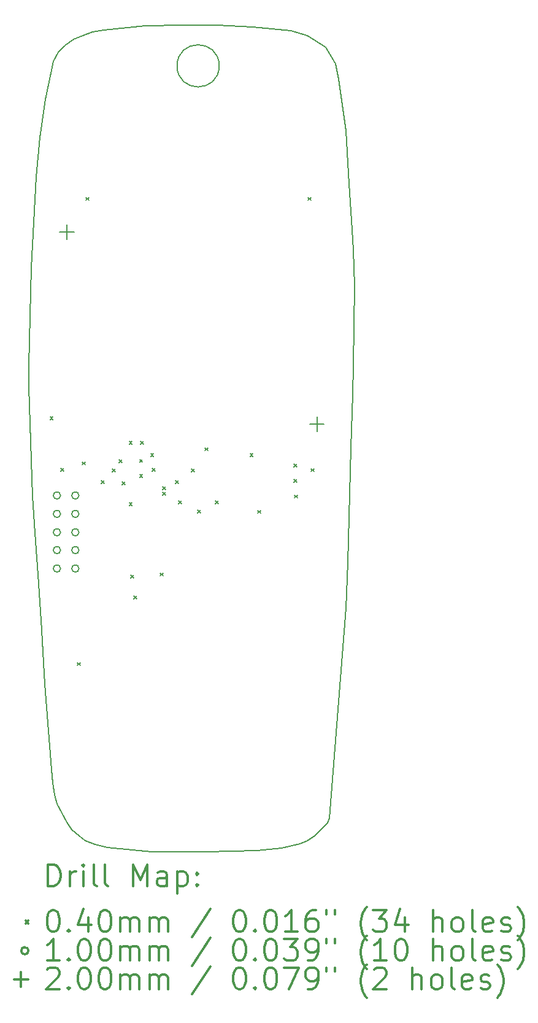
<source format=gbr>
%FSLAX45Y45*%
G04 Gerber Fmt 4.5, Leading zero omitted, Abs format (unit mm)*
G04 Created by KiCad (PCBNEW 4.0.7) date Wed Aug 22 22:50:24 2018*
%MOMM*%
%LPD*%
G01*
G04 APERTURE LIST*
%ADD10C,0.127000*%
%ADD11C,0.150000*%
%ADD12C,0.200000*%
%ADD13C,0.300000*%
G04 APERTURE END LIST*
D10*
D11*
X8060000Y-11820000D02*
X8040000Y-12450000D01*
X3835000Y-12756000D02*
X3880000Y-13500000D01*
X6285689Y-4965000D02*
G75*
G03X6285689Y-4965000I-290689J0D01*
G01*
X3695000Y-10405000D02*
X3710000Y-10905000D01*
X7810000Y-15340000D02*
X8040000Y-12450000D01*
X3990000Y-14860000D02*
X4015000Y-15020000D01*
X7785000Y-15410000D02*
X7810000Y-15340000D01*
X7605000Y-15590000D02*
X7785000Y-15410000D01*
X7505000Y-15655000D02*
X7605000Y-15590000D01*
X7400000Y-15700000D02*
X7505000Y-15655000D01*
X7150000Y-15755000D02*
X7400000Y-15700000D01*
X6810000Y-15790000D02*
X7150000Y-15755000D01*
X6105000Y-15810000D02*
X6810000Y-15790000D01*
X5350000Y-15805000D02*
X6105000Y-15810000D01*
X4745000Y-15750000D02*
X5350000Y-15805000D01*
X4575000Y-15710000D02*
X4745000Y-15750000D01*
X4440000Y-15655000D02*
X4575000Y-15710000D01*
X4350000Y-15590000D02*
X4440000Y-15655000D01*
X4255000Y-15500000D02*
X4350000Y-15590000D01*
X4185000Y-15405000D02*
X4255000Y-15500000D01*
X4050000Y-15150000D02*
X4185000Y-15405000D01*
X4015000Y-15020000D02*
X4050000Y-15150000D01*
X3970000Y-14670000D02*
X3990000Y-14860000D01*
X3880000Y-13500000D02*
X3970000Y-14670000D01*
X3790000Y-12105000D02*
X3835000Y-12755000D01*
X3740000Y-11405000D02*
X3790000Y-12105000D01*
X3710000Y-10905000D02*
X3740000Y-11405000D01*
X3660000Y-9395000D02*
X3695000Y-10405000D01*
X3660000Y-9095000D02*
X3660000Y-9395000D01*
X3695000Y-7750000D02*
X3660000Y-9095000D01*
X3760000Y-6495000D02*
X3695000Y-7750000D01*
X3810000Y-5955000D02*
X3760000Y-6495000D01*
X3885000Y-5430000D02*
X3810000Y-5955000D01*
X4000000Y-4900000D02*
X3885000Y-5430000D01*
X4065000Y-4775000D02*
X4000000Y-4900000D01*
X4155000Y-4685000D02*
X4065000Y-4775000D01*
X4280000Y-4600000D02*
X4155000Y-4685000D01*
X4400000Y-4545000D02*
X4280000Y-4600000D01*
X4540000Y-4500000D02*
X4400000Y-4545000D01*
X4690000Y-4470000D02*
X4540000Y-4500000D01*
X5265000Y-4415000D02*
X4690000Y-4470000D01*
X5765000Y-4400000D02*
X5265000Y-4415000D01*
X6260000Y-4400000D02*
X5765000Y-4400000D01*
X6750000Y-4430000D02*
X6260000Y-4400000D01*
X7270000Y-4480000D02*
X6750000Y-4430000D01*
X7500000Y-4550000D02*
X7270000Y-4480000D01*
X7755000Y-4710000D02*
X7500000Y-4550000D01*
X7890000Y-4940000D02*
X7755000Y-4710000D01*
X7935000Y-5150000D02*
X7890000Y-4940000D01*
X8035000Y-5860000D02*
X7935000Y-5150000D01*
X8080000Y-6600000D02*
X8035000Y-5860000D01*
X8110000Y-7100000D02*
X8080000Y-6600000D01*
X8135000Y-7500000D02*
X8110000Y-7100000D01*
X8155000Y-8000000D02*
X8135000Y-7500000D01*
X8140000Y-9100000D02*
X8155000Y-8000000D01*
X8130000Y-9500000D02*
X8140000Y-9100000D01*
X8105000Y-10240000D02*
X8130000Y-9500000D01*
X8060000Y-11820000D02*
X8105000Y-10240000D01*
D12*
X3951000Y-9806000D02*
X3991000Y-9846000D01*
X3991000Y-9806000D02*
X3951000Y-9846000D01*
X4102000Y-10516000D02*
X4142000Y-10556000D01*
X4142000Y-10516000D02*
X4102000Y-10556000D01*
X4328000Y-13198000D02*
X4368000Y-13238000D01*
X4368000Y-13198000D02*
X4328000Y-13238000D01*
X4393610Y-10430001D02*
X4433610Y-10470001D01*
X4433610Y-10430001D02*
X4393610Y-10470001D01*
X4450000Y-6780000D02*
X4490000Y-6820000D01*
X4490000Y-6780000D02*
X4450000Y-6820000D01*
X4658000Y-10690000D02*
X4698000Y-10730000D01*
X4698000Y-10690000D02*
X4658000Y-10730000D01*
X4814000Y-10525000D02*
X4854000Y-10565000D01*
X4854000Y-10525000D02*
X4814000Y-10565000D01*
X4905920Y-10398000D02*
X4945920Y-10438000D01*
X4945920Y-10398000D02*
X4905920Y-10438000D01*
X4949000Y-10705000D02*
X4989000Y-10745000D01*
X4989000Y-10705000D02*
X4949000Y-10745000D01*
X5043000Y-10145000D02*
X5083000Y-10185000D01*
X5083000Y-10145000D02*
X5043000Y-10185000D01*
X5043000Y-10995000D02*
X5083000Y-11035000D01*
X5083000Y-10995000D02*
X5043000Y-11035000D01*
X5067000Y-11989000D02*
X5107000Y-12029000D01*
X5107000Y-11989000D02*
X5067000Y-12029000D01*
X5110000Y-12280000D02*
X5150000Y-12320000D01*
X5150000Y-12280000D02*
X5110000Y-12320000D01*
X5188000Y-10395000D02*
X5228000Y-10435000D01*
X5228000Y-10395000D02*
X5188000Y-10435000D01*
X5188000Y-10605000D02*
X5228000Y-10645000D01*
X5228000Y-10605000D02*
X5188000Y-10645000D01*
X5203000Y-10145000D02*
X5243000Y-10185000D01*
X5243000Y-10145000D02*
X5203000Y-10185000D01*
X5341001Y-10315000D02*
X5381001Y-10355000D01*
X5381001Y-10315000D02*
X5341001Y-10355000D01*
X5361000Y-10515000D02*
X5401000Y-10555000D01*
X5401000Y-10515000D02*
X5361000Y-10555000D01*
X5473000Y-11962000D02*
X5513000Y-12002000D01*
X5513000Y-11962000D02*
X5473000Y-12002000D01*
X5508000Y-10770000D02*
X5548000Y-10810000D01*
X5548000Y-10770000D02*
X5508000Y-10810000D01*
X5508000Y-10850000D02*
X5548000Y-10890000D01*
X5548000Y-10850000D02*
X5508000Y-10890000D01*
X5682000Y-10685999D02*
X5722000Y-10725999D01*
X5722000Y-10685999D02*
X5682000Y-10725999D01*
X5722516Y-10967265D02*
X5762516Y-11007265D01*
X5762516Y-10967265D02*
X5722516Y-11007265D01*
X5900538Y-10525538D02*
X5940538Y-10565538D01*
X5940538Y-10525538D02*
X5900538Y-10565538D01*
X5986000Y-11092000D02*
X6026000Y-11132000D01*
X6026000Y-11092000D02*
X5986000Y-11132000D01*
X6090000Y-10235000D02*
X6130000Y-10275000D01*
X6130000Y-10235000D02*
X6090000Y-10275000D01*
X6231000Y-10968000D02*
X6271000Y-11008000D01*
X6271000Y-10968000D02*
X6231000Y-11008000D01*
X6713000Y-10315000D02*
X6753000Y-10355000D01*
X6753000Y-10315000D02*
X6713000Y-10355000D01*
X6819000Y-11098000D02*
X6859000Y-11138000D01*
X6859000Y-11098000D02*
X6819000Y-11138000D01*
X7320000Y-10461000D02*
X7360000Y-10501000D01*
X7360000Y-10461000D02*
X7320000Y-10501000D01*
X7320000Y-10671000D02*
X7360000Y-10711000D01*
X7360000Y-10671000D02*
X7320000Y-10711000D01*
X7325000Y-10886000D02*
X7365000Y-10926000D01*
X7365000Y-10886000D02*
X7325000Y-10926000D01*
X7510000Y-6780000D02*
X7550000Y-6820000D01*
X7550000Y-6780000D02*
X7510000Y-6820000D01*
X7556000Y-10522000D02*
X7596000Y-10562000D01*
X7596000Y-10522000D02*
X7556000Y-10562000D01*
X4096000Y-10892000D02*
G75*
G03X4096000Y-10892000I-50000J0D01*
G01*
X4096000Y-11146000D02*
G75*
G03X4096000Y-11146000I-50000J0D01*
G01*
X4096000Y-11400000D02*
G75*
G03X4096000Y-11400000I-50000J0D01*
G01*
X4096000Y-11646000D02*
G75*
G03X4096000Y-11646000I-50000J0D01*
G01*
X4096000Y-11900000D02*
G75*
G03X4096000Y-11900000I-50000J0D01*
G01*
X4350000Y-10892000D02*
G75*
G03X4350000Y-10892000I-50000J0D01*
G01*
X4350000Y-11146000D02*
G75*
G03X4350000Y-11146000I-50000J0D01*
G01*
X4350000Y-11400000D02*
G75*
G03X4350000Y-11400000I-50000J0D01*
G01*
X4350000Y-11646000D02*
G75*
G03X4350000Y-11646000I-50000J0D01*
G01*
X4350000Y-11900000D02*
G75*
G03X4350000Y-11900000I-50000J0D01*
G01*
X4185000Y-7155000D02*
X4185000Y-7355000D01*
X4085000Y-7255000D02*
X4285000Y-7255000D01*
X7635000Y-9805000D02*
X7635000Y-10005000D01*
X7535000Y-9905000D02*
X7735000Y-9905000D01*
D13*
X3923928Y-16283214D02*
X3923928Y-15983214D01*
X3995357Y-15983214D01*
X4038214Y-15997500D01*
X4066786Y-16026071D01*
X4081071Y-16054643D01*
X4095357Y-16111786D01*
X4095357Y-16154643D01*
X4081071Y-16211786D01*
X4066786Y-16240357D01*
X4038214Y-16268929D01*
X3995357Y-16283214D01*
X3923928Y-16283214D01*
X4223929Y-16283214D02*
X4223929Y-16083214D01*
X4223929Y-16140357D02*
X4238214Y-16111786D01*
X4252500Y-16097500D01*
X4281071Y-16083214D01*
X4309643Y-16083214D01*
X4409643Y-16283214D02*
X4409643Y-16083214D01*
X4409643Y-15983214D02*
X4395357Y-15997500D01*
X4409643Y-16011786D01*
X4423929Y-15997500D01*
X4409643Y-15983214D01*
X4409643Y-16011786D01*
X4595357Y-16283214D02*
X4566786Y-16268929D01*
X4552500Y-16240357D01*
X4552500Y-15983214D01*
X4752500Y-16283214D02*
X4723929Y-16268929D01*
X4709643Y-16240357D01*
X4709643Y-15983214D01*
X5095357Y-16283214D02*
X5095357Y-15983214D01*
X5195357Y-16197500D01*
X5295357Y-15983214D01*
X5295357Y-16283214D01*
X5566786Y-16283214D02*
X5566786Y-16126071D01*
X5552500Y-16097500D01*
X5523929Y-16083214D01*
X5466786Y-16083214D01*
X5438214Y-16097500D01*
X5566786Y-16268929D02*
X5538214Y-16283214D01*
X5466786Y-16283214D01*
X5438214Y-16268929D01*
X5423929Y-16240357D01*
X5423929Y-16211786D01*
X5438214Y-16183214D01*
X5466786Y-16168929D01*
X5538214Y-16168929D01*
X5566786Y-16154643D01*
X5709643Y-16083214D02*
X5709643Y-16383214D01*
X5709643Y-16097500D02*
X5738214Y-16083214D01*
X5795357Y-16083214D01*
X5823928Y-16097500D01*
X5838214Y-16111786D01*
X5852500Y-16140357D01*
X5852500Y-16226071D01*
X5838214Y-16254643D01*
X5823928Y-16268929D01*
X5795357Y-16283214D01*
X5738214Y-16283214D01*
X5709643Y-16268929D01*
X5981071Y-16254643D02*
X5995357Y-16268929D01*
X5981071Y-16283214D01*
X5966786Y-16268929D01*
X5981071Y-16254643D01*
X5981071Y-16283214D01*
X5981071Y-16097500D02*
X5995357Y-16111786D01*
X5981071Y-16126071D01*
X5966786Y-16111786D01*
X5981071Y-16097500D01*
X5981071Y-16126071D01*
X3612500Y-16757500D02*
X3652500Y-16797500D01*
X3652500Y-16757500D02*
X3612500Y-16797500D01*
X3981071Y-16613214D02*
X4009643Y-16613214D01*
X4038214Y-16627500D01*
X4052500Y-16641786D01*
X4066786Y-16670357D01*
X4081071Y-16727500D01*
X4081071Y-16798929D01*
X4066786Y-16856072D01*
X4052500Y-16884643D01*
X4038214Y-16898929D01*
X4009643Y-16913214D01*
X3981071Y-16913214D01*
X3952500Y-16898929D01*
X3938214Y-16884643D01*
X3923928Y-16856072D01*
X3909643Y-16798929D01*
X3909643Y-16727500D01*
X3923928Y-16670357D01*
X3938214Y-16641786D01*
X3952500Y-16627500D01*
X3981071Y-16613214D01*
X4209643Y-16884643D02*
X4223929Y-16898929D01*
X4209643Y-16913214D01*
X4195357Y-16898929D01*
X4209643Y-16884643D01*
X4209643Y-16913214D01*
X4481071Y-16713214D02*
X4481071Y-16913214D01*
X4409643Y-16598929D02*
X4338214Y-16813214D01*
X4523928Y-16813214D01*
X4695357Y-16613214D02*
X4723929Y-16613214D01*
X4752500Y-16627500D01*
X4766786Y-16641786D01*
X4781071Y-16670357D01*
X4795357Y-16727500D01*
X4795357Y-16798929D01*
X4781071Y-16856072D01*
X4766786Y-16884643D01*
X4752500Y-16898929D01*
X4723929Y-16913214D01*
X4695357Y-16913214D01*
X4666786Y-16898929D01*
X4652500Y-16884643D01*
X4638214Y-16856072D01*
X4623929Y-16798929D01*
X4623929Y-16727500D01*
X4638214Y-16670357D01*
X4652500Y-16641786D01*
X4666786Y-16627500D01*
X4695357Y-16613214D01*
X4923929Y-16913214D02*
X4923929Y-16713214D01*
X4923929Y-16741786D02*
X4938214Y-16727500D01*
X4966786Y-16713214D01*
X5009643Y-16713214D01*
X5038214Y-16727500D01*
X5052500Y-16756071D01*
X5052500Y-16913214D01*
X5052500Y-16756071D02*
X5066786Y-16727500D01*
X5095357Y-16713214D01*
X5138214Y-16713214D01*
X5166786Y-16727500D01*
X5181071Y-16756071D01*
X5181071Y-16913214D01*
X5323929Y-16913214D02*
X5323929Y-16713214D01*
X5323929Y-16741786D02*
X5338214Y-16727500D01*
X5366786Y-16713214D01*
X5409643Y-16713214D01*
X5438214Y-16727500D01*
X5452500Y-16756071D01*
X5452500Y-16913214D01*
X5452500Y-16756071D02*
X5466786Y-16727500D01*
X5495357Y-16713214D01*
X5538214Y-16713214D01*
X5566786Y-16727500D01*
X5581071Y-16756071D01*
X5581071Y-16913214D01*
X6166786Y-16598929D02*
X5909643Y-16984643D01*
X6552500Y-16613214D02*
X6581071Y-16613214D01*
X6609643Y-16627500D01*
X6623928Y-16641786D01*
X6638214Y-16670357D01*
X6652500Y-16727500D01*
X6652500Y-16798929D01*
X6638214Y-16856072D01*
X6623928Y-16884643D01*
X6609643Y-16898929D01*
X6581071Y-16913214D01*
X6552500Y-16913214D01*
X6523928Y-16898929D01*
X6509643Y-16884643D01*
X6495357Y-16856072D01*
X6481071Y-16798929D01*
X6481071Y-16727500D01*
X6495357Y-16670357D01*
X6509643Y-16641786D01*
X6523928Y-16627500D01*
X6552500Y-16613214D01*
X6781071Y-16884643D02*
X6795357Y-16898929D01*
X6781071Y-16913214D01*
X6766786Y-16898929D01*
X6781071Y-16884643D01*
X6781071Y-16913214D01*
X6981071Y-16613214D02*
X7009643Y-16613214D01*
X7038214Y-16627500D01*
X7052500Y-16641786D01*
X7066785Y-16670357D01*
X7081071Y-16727500D01*
X7081071Y-16798929D01*
X7066785Y-16856072D01*
X7052500Y-16884643D01*
X7038214Y-16898929D01*
X7009643Y-16913214D01*
X6981071Y-16913214D01*
X6952500Y-16898929D01*
X6938214Y-16884643D01*
X6923928Y-16856072D01*
X6909643Y-16798929D01*
X6909643Y-16727500D01*
X6923928Y-16670357D01*
X6938214Y-16641786D01*
X6952500Y-16627500D01*
X6981071Y-16613214D01*
X7366785Y-16913214D02*
X7195357Y-16913214D01*
X7281071Y-16913214D02*
X7281071Y-16613214D01*
X7252500Y-16656071D01*
X7223928Y-16684643D01*
X7195357Y-16698929D01*
X7623928Y-16613214D02*
X7566785Y-16613214D01*
X7538214Y-16627500D01*
X7523928Y-16641786D01*
X7495357Y-16684643D01*
X7481071Y-16741786D01*
X7481071Y-16856072D01*
X7495357Y-16884643D01*
X7509643Y-16898929D01*
X7538214Y-16913214D01*
X7595357Y-16913214D01*
X7623928Y-16898929D01*
X7638214Y-16884643D01*
X7652500Y-16856072D01*
X7652500Y-16784643D01*
X7638214Y-16756071D01*
X7623928Y-16741786D01*
X7595357Y-16727500D01*
X7538214Y-16727500D01*
X7509643Y-16741786D01*
X7495357Y-16756071D01*
X7481071Y-16784643D01*
X7766786Y-16613214D02*
X7766786Y-16670357D01*
X7881071Y-16613214D02*
X7881071Y-16670357D01*
X8323928Y-17027500D02*
X8309643Y-17013214D01*
X8281071Y-16970357D01*
X8266785Y-16941786D01*
X8252500Y-16898929D01*
X8238214Y-16827500D01*
X8238214Y-16770357D01*
X8252500Y-16698929D01*
X8266785Y-16656071D01*
X8281071Y-16627500D01*
X8309643Y-16584643D01*
X8323928Y-16570357D01*
X8409643Y-16613214D02*
X8595357Y-16613214D01*
X8495357Y-16727500D01*
X8538214Y-16727500D01*
X8566786Y-16741786D01*
X8581071Y-16756071D01*
X8595357Y-16784643D01*
X8595357Y-16856072D01*
X8581071Y-16884643D01*
X8566786Y-16898929D01*
X8538214Y-16913214D01*
X8452500Y-16913214D01*
X8423928Y-16898929D01*
X8409643Y-16884643D01*
X8852500Y-16713214D02*
X8852500Y-16913214D01*
X8781071Y-16598929D02*
X8709643Y-16813214D01*
X8895357Y-16813214D01*
X9238214Y-16913214D02*
X9238214Y-16613214D01*
X9366786Y-16913214D02*
X9366786Y-16756071D01*
X9352500Y-16727500D01*
X9323928Y-16713214D01*
X9281071Y-16713214D01*
X9252500Y-16727500D01*
X9238214Y-16741786D01*
X9552500Y-16913214D02*
X9523928Y-16898929D01*
X9509643Y-16884643D01*
X9495357Y-16856072D01*
X9495357Y-16770357D01*
X9509643Y-16741786D01*
X9523928Y-16727500D01*
X9552500Y-16713214D01*
X9595357Y-16713214D01*
X9623928Y-16727500D01*
X9638214Y-16741786D01*
X9652500Y-16770357D01*
X9652500Y-16856072D01*
X9638214Y-16884643D01*
X9623928Y-16898929D01*
X9595357Y-16913214D01*
X9552500Y-16913214D01*
X9823928Y-16913214D02*
X9795357Y-16898929D01*
X9781071Y-16870357D01*
X9781071Y-16613214D01*
X10052500Y-16898929D02*
X10023929Y-16913214D01*
X9966786Y-16913214D01*
X9938214Y-16898929D01*
X9923929Y-16870357D01*
X9923929Y-16756071D01*
X9938214Y-16727500D01*
X9966786Y-16713214D01*
X10023929Y-16713214D01*
X10052500Y-16727500D01*
X10066786Y-16756071D01*
X10066786Y-16784643D01*
X9923929Y-16813214D01*
X10181071Y-16898929D02*
X10209643Y-16913214D01*
X10266786Y-16913214D01*
X10295357Y-16898929D01*
X10309643Y-16870357D01*
X10309643Y-16856072D01*
X10295357Y-16827500D01*
X10266786Y-16813214D01*
X10223929Y-16813214D01*
X10195357Y-16798929D01*
X10181071Y-16770357D01*
X10181071Y-16756071D01*
X10195357Y-16727500D01*
X10223929Y-16713214D01*
X10266786Y-16713214D01*
X10295357Y-16727500D01*
X10409643Y-17027500D02*
X10423929Y-17013214D01*
X10452500Y-16970357D01*
X10466786Y-16941786D01*
X10481071Y-16898929D01*
X10495357Y-16827500D01*
X10495357Y-16770357D01*
X10481071Y-16698929D01*
X10466786Y-16656071D01*
X10452500Y-16627500D01*
X10423929Y-16584643D01*
X10409643Y-16570357D01*
X3652500Y-17173500D02*
G75*
G03X3652500Y-17173500I-50000J0D01*
G01*
X4081071Y-17309214D02*
X3909643Y-17309214D01*
X3995357Y-17309214D02*
X3995357Y-17009214D01*
X3966786Y-17052072D01*
X3938214Y-17080643D01*
X3909643Y-17094929D01*
X4209643Y-17280643D02*
X4223929Y-17294929D01*
X4209643Y-17309214D01*
X4195357Y-17294929D01*
X4209643Y-17280643D01*
X4209643Y-17309214D01*
X4409643Y-17009214D02*
X4438214Y-17009214D01*
X4466786Y-17023500D01*
X4481071Y-17037786D01*
X4495357Y-17066357D01*
X4509643Y-17123500D01*
X4509643Y-17194929D01*
X4495357Y-17252072D01*
X4481071Y-17280643D01*
X4466786Y-17294929D01*
X4438214Y-17309214D01*
X4409643Y-17309214D01*
X4381071Y-17294929D01*
X4366786Y-17280643D01*
X4352500Y-17252072D01*
X4338214Y-17194929D01*
X4338214Y-17123500D01*
X4352500Y-17066357D01*
X4366786Y-17037786D01*
X4381071Y-17023500D01*
X4409643Y-17009214D01*
X4695357Y-17009214D02*
X4723929Y-17009214D01*
X4752500Y-17023500D01*
X4766786Y-17037786D01*
X4781071Y-17066357D01*
X4795357Y-17123500D01*
X4795357Y-17194929D01*
X4781071Y-17252072D01*
X4766786Y-17280643D01*
X4752500Y-17294929D01*
X4723929Y-17309214D01*
X4695357Y-17309214D01*
X4666786Y-17294929D01*
X4652500Y-17280643D01*
X4638214Y-17252072D01*
X4623929Y-17194929D01*
X4623929Y-17123500D01*
X4638214Y-17066357D01*
X4652500Y-17037786D01*
X4666786Y-17023500D01*
X4695357Y-17009214D01*
X4923929Y-17309214D02*
X4923929Y-17109214D01*
X4923929Y-17137786D02*
X4938214Y-17123500D01*
X4966786Y-17109214D01*
X5009643Y-17109214D01*
X5038214Y-17123500D01*
X5052500Y-17152072D01*
X5052500Y-17309214D01*
X5052500Y-17152072D02*
X5066786Y-17123500D01*
X5095357Y-17109214D01*
X5138214Y-17109214D01*
X5166786Y-17123500D01*
X5181071Y-17152072D01*
X5181071Y-17309214D01*
X5323929Y-17309214D02*
X5323929Y-17109214D01*
X5323929Y-17137786D02*
X5338214Y-17123500D01*
X5366786Y-17109214D01*
X5409643Y-17109214D01*
X5438214Y-17123500D01*
X5452500Y-17152072D01*
X5452500Y-17309214D01*
X5452500Y-17152072D02*
X5466786Y-17123500D01*
X5495357Y-17109214D01*
X5538214Y-17109214D01*
X5566786Y-17123500D01*
X5581071Y-17152072D01*
X5581071Y-17309214D01*
X6166786Y-16994929D02*
X5909643Y-17380643D01*
X6552500Y-17009214D02*
X6581071Y-17009214D01*
X6609643Y-17023500D01*
X6623928Y-17037786D01*
X6638214Y-17066357D01*
X6652500Y-17123500D01*
X6652500Y-17194929D01*
X6638214Y-17252072D01*
X6623928Y-17280643D01*
X6609643Y-17294929D01*
X6581071Y-17309214D01*
X6552500Y-17309214D01*
X6523928Y-17294929D01*
X6509643Y-17280643D01*
X6495357Y-17252072D01*
X6481071Y-17194929D01*
X6481071Y-17123500D01*
X6495357Y-17066357D01*
X6509643Y-17037786D01*
X6523928Y-17023500D01*
X6552500Y-17009214D01*
X6781071Y-17280643D02*
X6795357Y-17294929D01*
X6781071Y-17309214D01*
X6766786Y-17294929D01*
X6781071Y-17280643D01*
X6781071Y-17309214D01*
X6981071Y-17009214D02*
X7009643Y-17009214D01*
X7038214Y-17023500D01*
X7052500Y-17037786D01*
X7066785Y-17066357D01*
X7081071Y-17123500D01*
X7081071Y-17194929D01*
X7066785Y-17252072D01*
X7052500Y-17280643D01*
X7038214Y-17294929D01*
X7009643Y-17309214D01*
X6981071Y-17309214D01*
X6952500Y-17294929D01*
X6938214Y-17280643D01*
X6923928Y-17252072D01*
X6909643Y-17194929D01*
X6909643Y-17123500D01*
X6923928Y-17066357D01*
X6938214Y-17037786D01*
X6952500Y-17023500D01*
X6981071Y-17009214D01*
X7181071Y-17009214D02*
X7366785Y-17009214D01*
X7266785Y-17123500D01*
X7309643Y-17123500D01*
X7338214Y-17137786D01*
X7352500Y-17152072D01*
X7366785Y-17180643D01*
X7366785Y-17252072D01*
X7352500Y-17280643D01*
X7338214Y-17294929D01*
X7309643Y-17309214D01*
X7223928Y-17309214D01*
X7195357Y-17294929D01*
X7181071Y-17280643D01*
X7509643Y-17309214D02*
X7566785Y-17309214D01*
X7595357Y-17294929D01*
X7609643Y-17280643D01*
X7638214Y-17237786D01*
X7652500Y-17180643D01*
X7652500Y-17066357D01*
X7638214Y-17037786D01*
X7623928Y-17023500D01*
X7595357Y-17009214D01*
X7538214Y-17009214D01*
X7509643Y-17023500D01*
X7495357Y-17037786D01*
X7481071Y-17066357D01*
X7481071Y-17137786D01*
X7495357Y-17166357D01*
X7509643Y-17180643D01*
X7538214Y-17194929D01*
X7595357Y-17194929D01*
X7623928Y-17180643D01*
X7638214Y-17166357D01*
X7652500Y-17137786D01*
X7766786Y-17009214D02*
X7766786Y-17066357D01*
X7881071Y-17009214D02*
X7881071Y-17066357D01*
X8323928Y-17423500D02*
X8309643Y-17409214D01*
X8281071Y-17366357D01*
X8266785Y-17337786D01*
X8252500Y-17294929D01*
X8238214Y-17223500D01*
X8238214Y-17166357D01*
X8252500Y-17094929D01*
X8266785Y-17052072D01*
X8281071Y-17023500D01*
X8309643Y-16980643D01*
X8323928Y-16966357D01*
X8595357Y-17309214D02*
X8423928Y-17309214D01*
X8509643Y-17309214D02*
X8509643Y-17009214D01*
X8481071Y-17052072D01*
X8452500Y-17080643D01*
X8423928Y-17094929D01*
X8781071Y-17009214D02*
X8809643Y-17009214D01*
X8838214Y-17023500D01*
X8852500Y-17037786D01*
X8866786Y-17066357D01*
X8881071Y-17123500D01*
X8881071Y-17194929D01*
X8866786Y-17252072D01*
X8852500Y-17280643D01*
X8838214Y-17294929D01*
X8809643Y-17309214D01*
X8781071Y-17309214D01*
X8752500Y-17294929D01*
X8738214Y-17280643D01*
X8723928Y-17252072D01*
X8709643Y-17194929D01*
X8709643Y-17123500D01*
X8723928Y-17066357D01*
X8738214Y-17037786D01*
X8752500Y-17023500D01*
X8781071Y-17009214D01*
X9238214Y-17309214D02*
X9238214Y-17009214D01*
X9366786Y-17309214D02*
X9366786Y-17152072D01*
X9352500Y-17123500D01*
X9323928Y-17109214D01*
X9281071Y-17109214D01*
X9252500Y-17123500D01*
X9238214Y-17137786D01*
X9552500Y-17309214D02*
X9523928Y-17294929D01*
X9509643Y-17280643D01*
X9495357Y-17252072D01*
X9495357Y-17166357D01*
X9509643Y-17137786D01*
X9523928Y-17123500D01*
X9552500Y-17109214D01*
X9595357Y-17109214D01*
X9623928Y-17123500D01*
X9638214Y-17137786D01*
X9652500Y-17166357D01*
X9652500Y-17252072D01*
X9638214Y-17280643D01*
X9623928Y-17294929D01*
X9595357Y-17309214D01*
X9552500Y-17309214D01*
X9823928Y-17309214D02*
X9795357Y-17294929D01*
X9781071Y-17266357D01*
X9781071Y-17009214D01*
X10052500Y-17294929D02*
X10023929Y-17309214D01*
X9966786Y-17309214D01*
X9938214Y-17294929D01*
X9923929Y-17266357D01*
X9923929Y-17152072D01*
X9938214Y-17123500D01*
X9966786Y-17109214D01*
X10023929Y-17109214D01*
X10052500Y-17123500D01*
X10066786Y-17152072D01*
X10066786Y-17180643D01*
X9923929Y-17209214D01*
X10181071Y-17294929D02*
X10209643Y-17309214D01*
X10266786Y-17309214D01*
X10295357Y-17294929D01*
X10309643Y-17266357D01*
X10309643Y-17252072D01*
X10295357Y-17223500D01*
X10266786Y-17209214D01*
X10223929Y-17209214D01*
X10195357Y-17194929D01*
X10181071Y-17166357D01*
X10181071Y-17152072D01*
X10195357Y-17123500D01*
X10223929Y-17109214D01*
X10266786Y-17109214D01*
X10295357Y-17123500D01*
X10409643Y-17423500D02*
X10423929Y-17409214D01*
X10452500Y-17366357D01*
X10466786Y-17337786D01*
X10481071Y-17294929D01*
X10495357Y-17223500D01*
X10495357Y-17166357D01*
X10481071Y-17094929D01*
X10466786Y-17052072D01*
X10452500Y-17023500D01*
X10423929Y-16980643D01*
X10409643Y-16966357D01*
X3552500Y-17469500D02*
X3552500Y-17669500D01*
X3452500Y-17569500D02*
X3652500Y-17569500D01*
X3909643Y-17433786D02*
X3923928Y-17419500D01*
X3952500Y-17405214D01*
X4023928Y-17405214D01*
X4052500Y-17419500D01*
X4066786Y-17433786D01*
X4081071Y-17462357D01*
X4081071Y-17490929D01*
X4066786Y-17533786D01*
X3895357Y-17705214D01*
X4081071Y-17705214D01*
X4209643Y-17676643D02*
X4223929Y-17690929D01*
X4209643Y-17705214D01*
X4195357Y-17690929D01*
X4209643Y-17676643D01*
X4209643Y-17705214D01*
X4409643Y-17405214D02*
X4438214Y-17405214D01*
X4466786Y-17419500D01*
X4481071Y-17433786D01*
X4495357Y-17462357D01*
X4509643Y-17519500D01*
X4509643Y-17590929D01*
X4495357Y-17648072D01*
X4481071Y-17676643D01*
X4466786Y-17690929D01*
X4438214Y-17705214D01*
X4409643Y-17705214D01*
X4381071Y-17690929D01*
X4366786Y-17676643D01*
X4352500Y-17648072D01*
X4338214Y-17590929D01*
X4338214Y-17519500D01*
X4352500Y-17462357D01*
X4366786Y-17433786D01*
X4381071Y-17419500D01*
X4409643Y-17405214D01*
X4695357Y-17405214D02*
X4723929Y-17405214D01*
X4752500Y-17419500D01*
X4766786Y-17433786D01*
X4781071Y-17462357D01*
X4795357Y-17519500D01*
X4795357Y-17590929D01*
X4781071Y-17648072D01*
X4766786Y-17676643D01*
X4752500Y-17690929D01*
X4723929Y-17705214D01*
X4695357Y-17705214D01*
X4666786Y-17690929D01*
X4652500Y-17676643D01*
X4638214Y-17648072D01*
X4623929Y-17590929D01*
X4623929Y-17519500D01*
X4638214Y-17462357D01*
X4652500Y-17433786D01*
X4666786Y-17419500D01*
X4695357Y-17405214D01*
X4923929Y-17705214D02*
X4923929Y-17505214D01*
X4923929Y-17533786D02*
X4938214Y-17519500D01*
X4966786Y-17505214D01*
X5009643Y-17505214D01*
X5038214Y-17519500D01*
X5052500Y-17548072D01*
X5052500Y-17705214D01*
X5052500Y-17548072D02*
X5066786Y-17519500D01*
X5095357Y-17505214D01*
X5138214Y-17505214D01*
X5166786Y-17519500D01*
X5181071Y-17548072D01*
X5181071Y-17705214D01*
X5323929Y-17705214D02*
X5323929Y-17505214D01*
X5323929Y-17533786D02*
X5338214Y-17519500D01*
X5366786Y-17505214D01*
X5409643Y-17505214D01*
X5438214Y-17519500D01*
X5452500Y-17548072D01*
X5452500Y-17705214D01*
X5452500Y-17548072D02*
X5466786Y-17519500D01*
X5495357Y-17505214D01*
X5538214Y-17505214D01*
X5566786Y-17519500D01*
X5581071Y-17548072D01*
X5581071Y-17705214D01*
X6166786Y-17390929D02*
X5909643Y-17776643D01*
X6552500Y-17405214D02*
X6581071Y-17405214D01*
X6609643Y-17419500D01*
X6623928Y-17433786D01*
X6638214Y-17462357D01*
X6652500Y-17519500D01*
X6652500Y-17590929D01*
X6638214Y-17648072D01*
X6623928Y-17676643D01*
X6609643Y-17690929D01*
X6581071Y-17705214D01*
X6552500Y-17705214D01*
X6523928Y-17690929D01*
X6509643Y-17676643D01*
X6495357Y-17648072D01*
X6481071Y-17590929D01*
X6481071Y-17519500D01*
X6495357Y-17462357D01*
X6509643Y-17433786D01*
X6523928Y-17419500D01*
X6552500Y-17405214D01*
X6781071Y-17676643D02*
X6795357Y-17690929D01*
X6781071Y-17705214D01*
X6766786Y-17690929D01*
X6781071Y-17676643D01*
X6781071Y-17705214D01*
X6981071Y-17405214D02*
X7009643Y-17405214D01*
X7038214Y-17419500D01*
X7052500Y-17433786D01*
X7066785Y-17462357D01*
X7081071Y-17519500D01*
X7081071Y-17590929D01*
X7066785Y-17648072D01*
X7052500Y-17676643D01*
X7038214Y-17690929D01*
X7009643Y-17705214D01*
X6981071Y-17705214D01*
X6952500Y-17690929D01*
X6938214Y-17676643D01*
X6923928Y-17648072D01*
X6909643Y-17590929D01*
X6909643Y-17519500D01*
X6923928Y-17462357D01*
X6938214Y-17433786D01*
X6952500Y-17419500D01*
X6981071Y-17405214D01*
X7181071Y-17405214D02*
X7381071Y-17405214D01*
X7252500Y-17705214D01*
X7509643Y-17705214D02*
X7566785Y-17705214D01*
X7595357Y-17690929D01*
X7609643Y-17676643D01*
X7638214Y-17633786D01*
X7652500Y-17576643D01*
X7652500Y-17462357D01*
X7638214Y-17433786D01*
X7623928Y-17419500D01*
X7595357Y-17405214D01*
X7538214Y-17405214D01*
X7509643Y-17419500D01*
X7495357Y-17433786D01*
X7481071Y-17462357D01*
X7481071Y-17533786D01*
X7495357Y-17562357D01*
X7509643Y-17576643D01*
X7538214Y-17590929D01*
X7595357Y-17590929D01*
X7623928Y-17576643D01*
X7638214Y-17562357D01*
X7652500Y-17533786D01*
X7766786Y-17405214D02*
X7766786Y-17462357D01*
X7881071Y-17405214D02*
X7881071Y-17462357D01*
X8323928Y-17819500D02*
X8309643Y-17805214D01*
X8281071Y-17762357D01*
X8266785Y-17733786D01*
X8252500Y-17690929D01*
X8238214Y-17619500D01*
X8238214Y-17562357D01*
X8252500Y-17490929D01*
X8266785Y-17448072D01*
X8281071Y-17419500D01*
X8309643Y-17376643D01*
X8323928Y-17362357D01*
X8423928Y-17433786D02*
X8438214Y-17419500D01*
X8466786Y-17405214D01*
X8538214Y-17405214D01*
X8566786Y-17419500D01*
X8581071Y-17433786D01*
X8595357Y-17462357D01*
X8595357Y-17490929D01*
X8581071Y-17533786D01*
X8409643Y-17705214D01*
X8595357Y-17705214D01*
X8952500Y-17705214D02*
X8952500Y-17405214D01*
X9081071Y-17705214D02*
X9081071Y-17548072D01*
X9066786Y-17519500D01*
X9038214Y-17505214D01*
X8995357Y-17505214D01*
X8966786Y-17519500D01*
X8952500Y-17533786D01*
X9266786Y-17705214D02*
X9238214Y-17690929D01*
X9223928Y-17676643D01*
X9209643Y-17648072D01*
X9209643Y-17562357D01*
X9223928Y-17533786D01*
X9238214Y-17519500D01*
X9266786Y-17505214D01*
X9309643Y-17505214D01*
X9338214Y-17519500D01*
X9352500Y-17533786D01*
X9366786Y-17562357D01*
X9366786Y-17648072D01*
X9352500Y-17676643D01*
X9338214Y-17690929D01*
X9309643Y-17705214D01*
X9266786Y-17705214D01*
X9538214Y-17705214D02*
X9509643Y-17690929D01*
X9495357Y-17662357D01*
X9495357Y-17405214D01*
X9766786Y-17690929D02*
X9738214Y-17705214D01*
X9681071Y-17705214D01*
X9652500Y-17690929D01*
X9638214Y-17662357D01*
X9638214Y-17548072D01*
X9652500Y-17519500D01*
X9681071Y-17505214D01*
X9738214Y-17505214D01*
X9766786Y-17519500D01*
X9781071Y-17548072D01*
X9781071Y-17576643D01*
X9638214Y-17605214D01*
X9895357Y-17690929D02*
X9923929Y-17705214D01*
X9981071Y-17705214D01*
X10009643Y-17690929D01*
X10023929Y-17662357D01*
X10023929Y-17648072D01*
X10009643Y-17619500D01*
X9981071Y-17605214D01*
X9938214Y-17605214D01*
X9909643Y-17590929D01*
X9895357Y-17562357D01*
X9895357Y-17548072D01*
X9909643Y-17519500D01*
X9938214Y-17505214D01*
X9981071Y-17505214D01*
X10009643Y-17519500D01*
X10123928Y-17819500D02*
X10138214Y-17805214D01*
X10166786Y-17762357D01*
X10181071Y-17733786D01*
X10195357Y-17690929D01*
X10209643Y-17619500D01*
X10209643Y-17562357D01*
X10195357Y-17490929D01*
X10181071Y-17448072D01*
X10166786Y-17419500D01*
X10138214Y-17376643D01*
X10123928Y-17362357D01*
M02*

</source>
